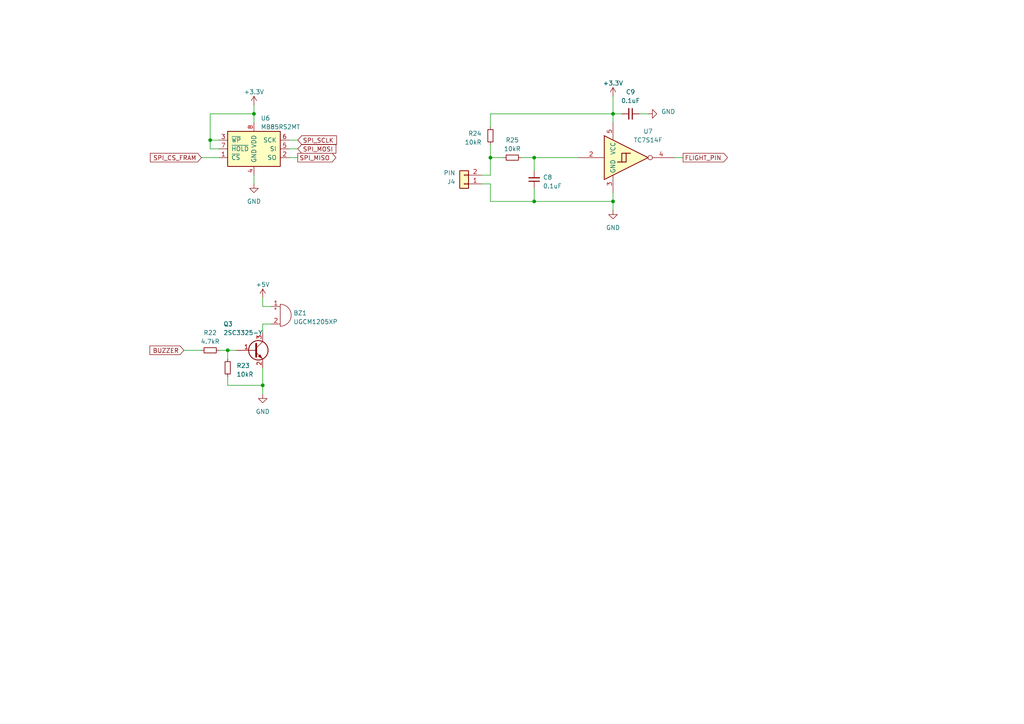
<source format=kicad_sch>
(kicad_sch (version 20250114) (generator "eeschema") (generator_version "9.0")
  (paper "A4")
  (lib_symbols
    (symbol "74xGxx:74AHC1G14"
      (property "Reference" "U" (at -2.54 3.81 0))
      (property "Value" "74AHC1G14" (at 0 -3.81 0))
      (symbol "74AHC1G14_0_1"
        (polyline (pts (xy -7.62 6.35) (xy -7.62 -6.35) (xy 5.08 0) (xy -7.62 6.35)) (stroke (width 0.254)) (fill (type background)))
        (polyline (pts (xy -3.81 -1.27) (xy -2.54 -1.27) (xy -2.54 1.27) (xy 0 1.27)) (stroke (width 0.254)) (fill (type background)))
        (polyline (pts (xy -2.54 -1.27) (xy -1.27 -1.27) (xy -1.27 1.27)) (stroke (width 0.254)) (fill (type background)))
      )
      (symbol "74AHC1G14_1_1"
        (pin input line (at -15.24 0 0) (length 7.62) (name "~") (number "2"))
        (pin power_in line (at -5.08 10.16 270) (length 5.08) (name "VCC") (number "5"))
        (pin power_in line (at -5.08 -10.16 90) (length 5.08) (name "GND") (number "3"))
        (pin output inverted (at 12.7 0 180) (length 7.62) (name "~") (number "4"))
      )
    )
    (symbol "Connector_Generic:Conn_01x02" (pin_names (offset 1.016) (hide yes))
      (property "Reference" "J" (at 0 2.54 0))
      (property "Value" "Conn_01x02" (at 0 -5.08 0))
      (symbol "Conn_01x02_1_1"
        (rectangle (start -1.27 1.27) (end 1.27 -3.81) (stroke (width 0.254)) (fill (type background)))
        (rectangle (start -1.27 0.127) (end 0 -0.127) (stroke (width 0.1524)))
        (rectangle (start -1.27 -2.413) (end 0 -2.667) (stroke (width 0.1524)))
        (pin passive line (at -5.08 0 0) (length 3.81) (name "Pin_1") (number "1"))
        (pin passive line (at -5.08 -2.54 0) (length 3.81) (name "Pin_2") (number "2"))
      )
    )
    (symbol "Device:Buzzer" (pin_names (offset 0.0254) (hide yes))
      (property "Reference" "BZ" (at 3.81 1.27 0))
      (property "Value" "Buzzer" (at 3.81 -1.27 0))
      (symbol "Buzzer_0_1"
        (polyline (pts (xy -1.651 1.905) (xy -1.143 1.905)))
        (polyline (pts (xy -1.397 2.159) (xy -1.397 1.651)))
        (arc (start 0 3.175) (mid 3.1612 0) (end 0 -3.175))
        (polyline (pts (xy 0 3.175) (xy 0 -3.175)))
      )
      (symbol "Buzzer_1_1"
        (pin passive line (at -2.54 2.54 0) (length 2.54) (name "-") (number "1"))
        (pin passive line (at -2.54 -2.54 0) (length 2.54) (name "+") (number "2"))
      )
    )
    (symbol "Device:C_Small" (pin_numbers (hide yes)) (pin_names (offset 0.254) (hide yes))
      (property "Reference" "C" (at 0.254 1.778 0))
      (property "Value" "C_Small" (at 0.254 -2.032 0))
      (symbol "C_Small_0_1"
        (polyline (pts (xy -1.524 0.508) (xy 1.524 0.508)) (stroke (width 0.3048)))
        (polyline (pts (xy -1.524 -0.508) (xy 1.524 -0.508)) (stroke (width 0.3302)))
      )
      (symbol "C_Small_1_1"
        (pin passive line (at 0 2.54 270) (length 2.032) (name "~") (number "1"))
        (pin passive line (at 0 -2.54 90) (length 2.032) (name "~") (number "2"))
      )
    )
    (symbol "Device:Q_NPN_BEC" (pin_names (offset 0) (hide yes))
      (property "Reference" "Q" (at 5.08 1.27 0))
      (property "Value" "Q_NPN_BEC" (at 5.08 -1.27 0))
      (symbol "Q_NPN_BEC_0_1"
        (polyline (pts (xy 0.635 1.905) (xy 0.635 -1.905) (xy 0.635 -1.905)) (stroke (width 0.508)))
        (polyline (pts (xy 0.635 0.635) (xy 2.54 2.54)))
        (polyline (pts (xy 0.635 -0.635) (xy 2.54 -2.54) (xy 2.54 -2.54)))
        (circle (center 1.27 0) (radius 2.8194) (stroke (width 0.254)))
        (polyline (pts (xy 1.27 -1.778) (xy 1.778 -1.27) (xy 2.286 -2.286) (xy 1.27 -1.778) (xy 1.27 -1.778)) (fill (type outline)))
      )
      (symbol "Q_NPN_BEC_1_1"
        (pin input line (at -5.08 0 0) (length 5.715) (name "B") (number "1"))
        (pin passive line (at 2.54 5.08 270) (length 2.54) (name "C") (number "3"))
        (pin passive line (at 2.54 -5.08 90) (length 2.54) (name "E") (number "2"))
      )
    )
    (symbol "Device:R_Small" (pin_numbers (hide yes)) (pin_names (offset 0.254) (hide yes))
      (property "Reference" "R" (at 0.762 0.508 0))
      (property "Value" "R_Small" (at 0.762 -1.016 0))
      (symbol "R_Small_0_1"
        (rectangle (start -0.762 1.778) (end 0.762 -1.778) (stroke (width 0.2032)))
      )
      (symbol "R_Small_1_1"
        (pin passive line (at 0 2.54 270) (length 0.762) (name "~") (number "1"))
        (pin passive line (at 0 -2.54 90) (length 0.762) (name "~") (number "2"))
      )
    )
    (symbol "Memory_NVRAM:MB85RS2MT" (pin_names (offset 1.016))
      (property "Reference" "U" (at -7.62 6.35 0))
      (property "Value" "MB85RS2MT" (at 1.27 6.35 0))
      (symbol "MB85RS2MT_0_1"
        (rectangle (start -7.62 5.08) (end 7.62 -5.08) (stroke (width 0.254)) (fill (type background)))
      )
      (symbol "MB85RS2MT_1_1"
        (pin input line (at -10.16 2.54 0) (length 2.54) (name "~{WP}") (number "3"))
        (pin input line (at -10.16 0 0) (length 2.54) (name "~{HOLD}") (number "7"))
        (pin input line (at -10.16 -2.54 0) (length 2.54) (name "~{CS}") (number "1"))
        (pin power_in line (at 0 7.62 270) (length 2.54) (name "VDD") (number "8"))
        (pin power_in line (at 0 -7.62 90) (length 2.54) (name "GND") (number "4"))
        (pin input line (at 10.16 2.54 180) (length 2.54) (name "SCK") (number "6"))
        (pin input line (at 10.16 0 180) (length 2.54) (name "SI") (number "5"))
        (pin output line (at 10.16 -2.54 180) (length 2.54) (name "SO") (number "2"))
      )
    )
    (symbol "power:+3.3V" (power) (pin_names (offset 0))
      (property "Value" "+3.3V" (at 0 3.556 0))
      (symbol "+3.3V_0_1"
        (polyline (pts (xy -0.762 1.27) (xy 0 2.54)))
        (polyline (pts (xy 0 2.54) (xy 0.762 1.27)))
        (polyline (pts (xy 0 0) (xy 0 2.54)))
      )
      (symbol "+3.3V_1_1"
        (pin power_in line (at 0 0 90) (length 0) (hide yes) (name "+3.3V") (number "1"))
      )
    )
    (symbol "power:+5V" (power) (pin_names (offset 0))
      (property "Value" "+5V" (at 0 3.556 0))
      (symbol "+5V_0_1"
        (polyline (pts (xy -0.762 1.27) (xy 0 2.54)))
        (polyline (pts (xy 0 2.54) (xy 0.762 1.27)))
        (polyline (pts (xy 0 0) (xy 0 2.54)))
      )
      (symbol "+5V_1_1"
        (pin power_in line (at 0 0 90) (length 0) (hide yes) (name "+5V") (number "1"))
      )
    )
    (symbol "power:GND" (power) (pin_names (offset 0))
      (property "Value" "GND" (at 0 -3.81 0))
      (symbol "GND_0_1"
        (polyline (pts (xy 0 0) (xy 0 -1.27) (xy 1.27 -1.27) (xy 0 -2.54) (xy -1.27 -1.27) (xy 0 -1.27)))
      )
      (symbol "GND_1_1"
        (pin power_in line (at 0 0 270) (length 0) (hide yes) (name "GND") (number "1"))
      )
    )
  )
  (junction (at 76.2 111.76))
  (junction (at 154.94 45.72))
  (junction (at 60.96 40.64))
  (junction (at 177.8 58.42))
  (junction (at 73.66 33.02))
  (junction (at 177.8 33.02))
  (junction (at 154.94 58.42))
  (junction (at 66.04 101.6))
  (junction (at 142.24 45.72))
  (wire (pts (xy 83.82 40.64) (xy 86.36 40.64)))
  (wire (pts (xy 63.5 101.6) (xy 66.04 101.6)))
  (wire (pts (xy 180.34 33.02) (xy 177.8 33.02)))
  (wire (pts (xy 83.82 45.72) (xy 86.36 45.72)))
  (wire (pts (xy 73.66 33.02) (xy 73.66 35.56)))
  (wire (pts (xy 177.8 58.42) (xy 177.8 60.96)))
  (wire (pts (xy 76.2 93.98) (xy 76.2 96.52)))
  (wire (pts (xy 151.13 45.72) (xy 154.94 45.72)))
  (wire (pts (xy 78.74 93.98) (xy 76.2 93.98)))
  (wire (pts (xy 60.96 33.02) (xy 73.66 33.02)))
  (wire (pts (xy 73.66 30.48) (xy 73.66 33.02)))
  (wire (pts (xy 53.34 101.6) (xy 58.42 101.6)))
  (wire (pts (xy 177.8 55.88) (xy 177.8 58.42)))
  (wire (pts (xy 139.7 50.8) (xy 142.24 50.8)))
  (wire (pts (xy 76.2 114.3) (xy 76.2 111.76)))
  (wire (pts (xy 142.24 45.72) (xy 142.24 50.8)))
  (wire (pts (xy 60.96 40.64) (xy 60.96 43.18)))
  (wire (pts (xy 68.58 101.6) (xy 66.04 101.6)))
  (wire (pts (xy 142.24 41.91) (xy 142.24 45.72)))
  (wire (pts (xy 76.2 88.9) (xy 78.74 88.9)))
  (wire (pts (xy 187.96 33.02) (xy 185.42 33.02)))
  (wire (pts (xy 142.24 53.34) (xy 139.7 53.34)))
  (wire (pts (xy 63.5 40.64) (xy 60.96 40.64)))
  (wire (pts (xy 83.82 43.18) (xy 86.36 43.18)))
  (wire (pts (xy 76.2 111.76) (xy 66.04 111.76)))
  (wire (pts (xy 73.66 50.8) (xy 73.66 53.34)))
  (wire (pts (xy 76.2 106.68) (xy 76.2 111.76)))
  (wire (pts (xy 60.96 40.64) (xy 60.96 33.02)))
  (wire (pts (xy 66.04 111.76) (xy 66.04 109.22)))
  (wire (pts (xy 142.24 33.02) (xy 177.8 33.02)))
  (wire (pts (xy 154.94 54.61) (xy 154.94 58.42)))
  (wire (pts (xy 195.58 45.72) (xy 198.12 45.72)))
  (wire (pts (xy 58.42 45.72) (xy 63.5 45.72)))
  (wire (pts (xy 142.24 58.42) (xy 154.94 58.42)))
  (wire (pts (xy 63.5 43.18) (xy 60.96 43.18)))
  (wire (pts (xy 142.24 45.72) (xy 146.05 45.72)))
  (wire (pts (xy 177.8 27.94) (xy 177.8 33.02)))
  (wire (pts (xy 142.24 33.02) (xy 142.24 36.83)))
  (wire (pts (xy 177.8 33.02) (xy 177.8 35.56)))
  (wire (pts (xy 154.94 58.42) (xy 177.8 58.42)))
  (wire (pts (xy 154.94 45.72) (xy 167.64 45.72)))
  (wire (pts (xy 142.24 53.34) (xy 142.24 58.42)))
  (wire (pts (xy 76.2 86.36) (xy 76.2 88.9)))
  (wire (pts (xy 66.04 101.6) (xy 66.04 104.14)))
  (wire (pts (xy 154.94 45.72) (xy 154.94 49.53)))
  (global_label "BUZZER" (shape input) (at 53.34 101.6 180) (property "Intersheetrefs" "${INTERSHEET_REFS}" (effects (hide yes))))
  (global_label "SPI_SCLK" (shape input) (at 86.36 40.64 0) (property "Intersheetrefs" "${INTERSHEET_REFS}" (effects (hide yes))))
  (global_label "SPI_MOSI" (shape input) (at 86.36 43.18 0) (property "Intersheetrefs" "${INTERSHEET_REFS}" (effects (hide yes))))
  (global_label "SPI_CS_FRAM" (shape input) (at 58.42 45.72 180) (property "Intersheetrefs" "${INTERSHEET_REFS}" (effects (hide yes))))
  (global_label "SPI_MISO" (shape output) (at 86.36 45.72 0) (property "Intersheetrefs" "${INTERSHEET_REFS}" (effects (hide yes))))
  (global_label "FLIGHT_PIN" (shape output) (at 198.12 45.72 0) (property "Intersheetrefs" "${INTERSHEET_REFS}" (effects (hide yes))))
  (symbol (lib_id "power:GND") (at 76.2 114.3 0) (mirror y) (unit 1)
    (property "Reference" "#PWR040" (effects (hide yes)))
    (property "Value" "GND" (at 76.2 119.38 0))
  )
  (symbol (lib_id "Device:R_Small") (at 66.04 106.68 180) (unit 1)
    (property "Reference" "R23" (at 68.58 106.045 0) (effects (justify right)))
    (property "Value" "10kR" (at 68.58 108.585 0) (effects (justify right)))
    (property "Footprint" "Resistor_SMD:R_0603_1608Metric_Pad0.98x0.95mm_HandSolder" (effects (hide yes)))
    (property "Datasheet" "https://www.chip1stop.com/view/dispDetail/DispDetail?partId=ROHM-0021098" (effects (hide yes)))
  )
  (symbol (lib_id "Device:Buzzer") (at 81.28 91.44 0) (unit 1)
    (property "Reference" "BZ1" (at 85.09 90.805 0) (effects (justify left)))
    (property "Value" "UGCM1205XP" (at 85.09 93.345 0) (effects (justify left)))
    (property "Footprint" "Buzzer_Beeper:Buzzer_12x9.5RM7.6" (effects (hide yes)))
    (property "Datasheet" "https://akizukidenshi.com/catalog/g/gP-09800/" (effects (hide yes)))
  )
  (symbol (lib_id "Device:R_Small") (at 60.96 101.6 90) (unit 1)
    (property "Reference" "R22" (at 60.96 96.52 90))
    (property "Value" "4.7kR" (at 60.96 99.06 90))
    (property "Footprint" "Resistor_SMD:R_0603_1608Metric_Pad0.98x0.95mm_HandSolder" (effects (hide yes)))
    (property "Datasheet" "https://www.chip1stop.com/view/dispDetail/DispDetail?partId=ROHM-0040161" (effects (hide yes)))
  )
  (symbol (lib_id "Device:C_Small") (at 154.94 52.07 180) (unit 1)
    (property "Reference" "C8" (at 157.48 51.4286 0) (effects (justify right)))
    (property "Value" "0.1uF" (at 157.48 53.9686 0) (effects (justify right)))
    (property "Footprint" "Capacitor_SMD:C_0603_1608Metric_Pad1.08x0.95mm_HandSolder" (effects (hide yes)))
    (property "Datasheet" "https://akizukidenshi.com/catalog/g/gP-16143/" (effects (hide yes)))
  )
  (symbol (lib_id "Device:C_Small") (at 182.88 33.02 270) (unit 1)
    (property "Reference" "C9" (at 182.88 26.67 90))
    (property "Value" "0.1uF" (at 182.88 29.21 90))
    (property "Footprint" "Capacitor_SMD:C_0603_1608Metric_Pad1.08x0.95mm_HandSolder" (effects (hide yes)))
    (property "Datasheet" "https://akizukidenshi.com/catalog/g/gP-16143/" (effects (hide yes)))
  )
  (symbol (lib_id "power:GND") (at 177.8 60.96 0) (unit 1)
    (property "Reference" "#PWR042" (effects (hide yes)))
    (property "Value" "GND" (at 177.8 66.04 0))
  )
  (symbol (lib_id "power:+3.3V") (at 73.66 30.48 0) (unit 1)
    (property "Reference" "#PWR037" (effects (hide yes)))
    (property "Value" "+3.3V" (at 73.66 26.67 0))
  )
  (symbol (lib_id "Connector_Generic:Conn_01x02") (at 134.62 53.34 180) (unit 1)
    (property "Reference" "J4" (at 132.08 52.705 0) (effects (justify left)))
    (property "Value" "PIN" (at 132.08 50.165 0) (effects (justify left)))
    (property "Footprint" "Hirose_Connector:Hirose_DF1B" (effects (hide yes)))
    (property "Datasheet" "https://www.hirose.com/ja/product/p/CL0541-0242-6-01" (effects (hide yes)))
  )
  (symbol (lib_id "Device:Q_NPN_BEC") (at 73.66 101.6 0) (unit 1)
    (property "Reference" "Q3" (at 64.77 93.98 0) (effects (justify left)))
    (property "Value" "2SC3325-Y" (at 64.77 96.52 0) (effects (justify left)))
    (property "Footprint" "Package_TO_SOT_SMD:SC-59_Handsoldering" (effects (hide yes)))
    (property "Datasheet" "https://akizukidenshi.com/catalog/g/gI-00628/" (effects (hide yes)))
  )
  (symbol (lib_id "Memory_NVRAM:MB85RS2MT") (at 73.66 43.18 0) (unit 1)
    (property "Reference" "U6" (at 75.6159 34.29 0) (effects (justify left)))
    (property "Value" "MB85RS2MT" (at 75.6159 36.83 0) (effects (justify left)))
    (property "Footprint" "Package_DIP:DIP-8_W7.62mm" (effects (hide yes)))
    (property "Datasheet" "http://www.fujitsu.com/downloads/MICRO/fsa/pdf/products/memory/fram/MB85RS16-DS501-00014-6v0-E.pdf" (effects (hide yes)))
  )
  (symbol (lib_id "power:+5V") (at 76.2 86.36 0) (unit 1)
    (property "Reference" "#PWR039" (effects (hide yes)))
    (property "Value" "+5V" (at 76.2 82.55 0))
  )
  (symbol (lib_id "power:GND") (at 73.66 53.34 0) (unit 1)
    (property "Reference" "#PWR038" (effects (hide yes)))
    (property "Value" "GND" (at 73.66 58.42 0))
  )
  (symbol (lib_id "power:+3.3V") (at 177.8 27.94 0) (unit 1)
    (property "Reference" "#PWR041" (effects (hide yes)))
    (property "Value" "+3.3V" (at 177.8 24.13 0))
  )
  (symbol (lib_id "power:GND") (at 187.96 33.02 90) (unit 1)
    (property "Reference" "#PWR043" (effects (hide yes)))
    (property "Value" "GND" (at 191.77 32.385 90) (effects (justify right)))
    (instances (project "FlightModule" (path "" (reference "#PWR043") (unit 1))) (project "SystemData" (path "" (reference "#PWR06") (unit 1))))
  )
  (symbol (lib_id "Device:R_Small") (at 142.24 39.37 0) (mirror x) (unit 1)
    (property "Reference" "R24" (at 139.7 38.735 0) (effects (justify right)))
    (property "Value" "10kR" (at 139.7 41.275 0) (effects (justify right)))
    (property "Footprint" "Resistor_SMD:R_0603_1608Metric_Pad0.98x0.95mm_HandSolder" (effects (hide yes)))
    (property "Datasheet" "https://www.chip1stop.com/view/dispDetail/DispDetail?partId=ROHM-0021098" (effects (hide yes)))
  )
  (symbol (lib_id "Device:R_Small") (at 148.59 45.72 90) (unit 1)
    (property "Reference" "R25" (at 148.59 40.64 90))
    (property "Value" "10kR" (at 148.59 43.18 90))
    (property "Footprint" "Resistor_SMD:R_0603_1608Metric_Pad0.98x0.95mm_HandSolder" (effects (hide yes)))
    (property "Datasheet" "https://www.chip1stop.com/view/dispDetail/DispDetail?partId=ROHM-0021098" (effects (hide yes)))
  )
  (symbol (lib_id "74xGxx:74AHC1G14") (at 182.88 45.72 0) (unit 1)
    (property "Reference" "U7" (at 187.96 38.1 0))
    (property "Value" "TC7S14F" (at 187.96 40.64 0))
    (property "Footprint" "Package_TO_SOT_SMD:TSOT-23-5_HandSoldering" (effects (hide yes)))
    (property "Datasheet" "https://akizukidenshi.com/catalog/g/gI-14737/" (effects (hide yes)))
  )
)
</source>
